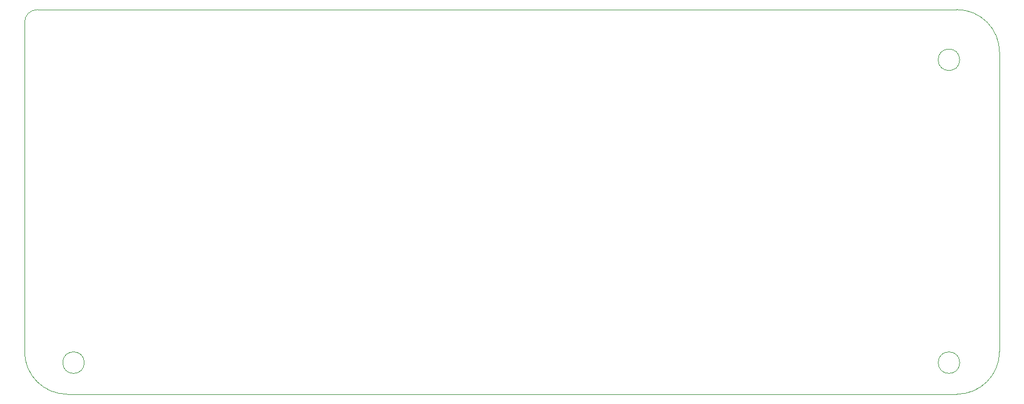
<source format=gbr>
%TF.GenerationSoftware,KiCad,Pcbnew,(5.1.9-0-10_14)*%
%TF.CreationDate,2021-02-22T19:48:58+01:00*%
%TF.ProjectId,DMXBox PCB,444d5842-6f78-4205-9043-422e6b696361,0.1*%
%TF.SameCoordinates,Original*%
%TF.FileFunction,Profile,NP*%
%FSLAX46Y46*%
G04 Gerber Fmt 4.6, Leading zero omitted, Abs format (unit mm)*
G04 Created by KiCad (PCBNEW (5.1.9-0-10_14)) date 2021-02-22 19:48:58*
%MOMM*%
%LPD*%
G01*
G04 APERTURE LIST*
%TA.AperFunction,Profile*%
%ADD10C,0.050000*%
%TD*%
G04 APERTURE END LIST*
D10*
X68580000Y-75565000D02*
X68580000Y-124460000D01*
X71120000Y-73660000D02*
X70485000Y-73660000D01*
X207010000Y-73660000D02*
X71120000Y-73660000D01*
X68580000Y-75565000D02*
G75*
G02*
X70485000Y-73660000I1905000J0D01*
G01*
X207010000Y-130810000D02*
X74930000Y-130810000D01*
X213360000Y-80010000D02*
X213360000Y-124460000D01*
X207010000Y-73660000D02*
G75*
G02*
X213360000Y-80010000I0J-6350000D01*
G01*
X213360000Y-124460000D02*
G75*
G02*
X207010000Y-130810000I-6350000J0D01*
G01*
X74930000Y-130810000D02*
G75*
G02*
X68580000Y-124460000I0J6350000D01*
G01*
X207450000Y-81120000D02*
G75*
G03*
X207450000Y-81120000I-1600000J0D01*
G01*
X207450000Y-126120000D02*
G75*
G03*
X207450000Y-126120000I-1600000J0D01*
G01*
X77450000Y-126120000D02*
G75*
G03*
X77450000Y-126120000I-1600000J0D01*
G01*
M02*

</source>
